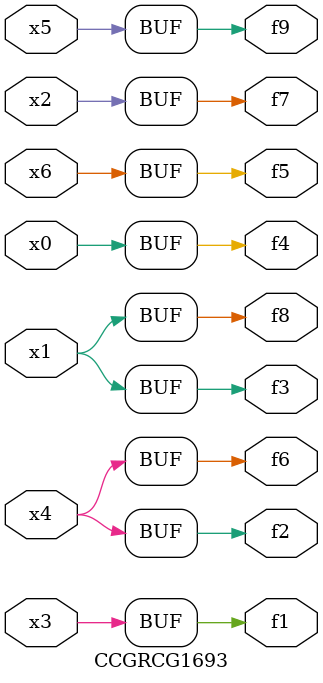
<source format=v>
module CCGRCG1693(
	input x0, x1, x2, x3, x4, x5, x6,
	output f1, f2, f3, f4, f5, f6, f7, f8, f9
);
	assign f1 = x3;
	assign f2 = x4;
	assign f3 = x1;
	assign f4 = x0;
	assign f5 = x6;
	assign f6 = x4;
	assign f7 = x2;
	assign f8 = x1;
	assign f9 = x5;
endmodule

</source>
